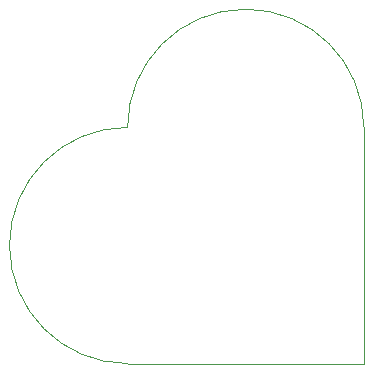
<source format=gko>
G04 #@! TF.FileFunction,Profile,NP*
%FSLAX46Y46*%
G04 Gerber Fmt 4.6, Leading zero omitted, Abs format (unit mm)*
G04 Created by KiCad (PCBNEW 4.0.7) date 06/29/18 14:44:45*
%MOMM*%
%LPD*%
G01*
G04 APERTURE LIST*
%ADD10C,0.100000*%
G04 APERTURE END LIST*
D10*
X209820000Y-74250000D02*
G75*
G03X199820000Y-84250000I0J-10000000D01*
G01*
X199820000Y-84250000D02*
G75*
G03X189820000Y-94250000I0J-10000000D01*
G01*
X189820000Y-94250000D02*
G75*
G03X199820000Y-104250000I10000000J0D01*
G01*
X199820000Y-104250000D02*
X219820000Y-104250000D01*
X219820000Y-84250000D02*
G75*
G03X209820000Y-74250000I-10000000J0D01*
G01*
X219820000Y-104250000D02*
X219820000Y-84250000D01*
M02*

</source>
